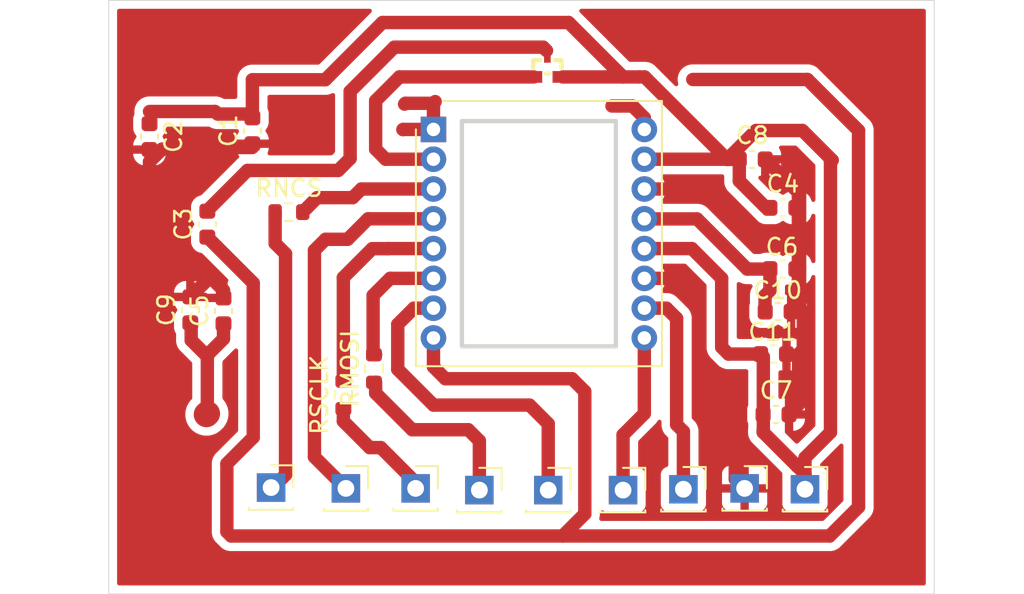
<source format=kicad_pcb>
(kicad_pcb (version 20240108) (generator "pcbnew") (generator_version "8.0")
  (layers (0 "F.Cu" signal) (31 "B.Cu" signal) (34 "B.Paste" user) (35 "F.Paste" user) (36 "B.SilkS" user "B.Silkscreen") (37 "F.SilkS" user "F.Silkscreen") (38 "B.Mask" user) (39 "F.Mask" user) (44 "Edge.Cuts" user))
  (net 0 "")
  (net 1 "SCLK")
  (net 2 "NCS")
  (net 3 "U1_1")
  (net 4 "U1_2")
  (net 5 "MISO")
  (net 6 "MOTION")
  (net 7 "MOSI")
  (net 8 "VCC")
  (net 9 "PIN10")
  (net 10 "VDD2")
  (net 11 "GND")
  (net 12 "U1_8")
  (net 13 "U1_13")
  (net 14 "H1_2")
  (net 15 "H1_8")
  (net 16 "H1_6")
  (footprint "Capacitor_SMD:C_0603_1608Metric" (layer "F.Cu") (at 136.1948 52.5272)
    (property "Reference" "C8" (at 0 -1.43 360) (layer "F.SilkS"))
    (property "Value" "3.3uF")
    (fp_line (start -0.14058 -0.51) (end 0.14058 -0.51) (stroke (width 0.12)) (layer "F.SilkS"))
    (fp_line (start -0.14058 0.51) (end 0.14058 0.51) (stroke (width 0.12)) (layer "F.SilkS"))
    (pad "1" smd roundrect (at -0.775 0) (size 0.9 0.95) (layers "F.Cu" "F.Paste" "F.Mask") (net 10 "VDD2"))
    (pad "2" smd roundrect (at 0.775 0) (size 0.9 0.95) (layers "F.Cu" "F.Paste" "F.Mask") (net 11 "GND"))
  )
  (footprint "Capacitor_SMD:C_0603_1608Metric" (layer "F.Cu") (at 137.6172 67.7672)
    (property "Reference" "C7" (at 0 -1.43 0) (layer "F.SilkS"))
    (property "Value" "100nF")
    (fp_line (start -0.14058 -0.51) (end 0.14058 -0.51) (stroke (width 0.12)) (layer "F.SilkS"))
    (fp_line (start -0.14058 0.51) (end 0.14058 0.51) (stroke (width 0.12)) (layer "F.SilkS"))
    (pad "1" smd roundrect (at -0.775 0) (size 0.9 0.95) (layers "F.Cu" "F.Paste" "F.Mask") (net 10 "VDD2"))
    (pad "2" smd roundrect (at 0.775 0) (size 0.9 0.95) (layers "F.Cu" "F.Paste" "F.Mask") (net 11 "GND"))
  )
  (footprint "Capacitor_SMD:C_0603_1608Metric" (layer "F.Cu") (at 100.1776 51.1652 -90)
    (property "Reference" "C2" (at 0 -1.43 90) (layer "F.SilkS"))
    (property "Value" "1uF")
    (fp_line (start -0.14058 0.51) (end 0.14058 0.51) (stroke (width 0.12)) (layer "F.SilkS"))
    (fp_line (start -0.14058 -0.51) (end 0.14058 -0.51) (stroke (width 0.12)) (layer "F.SilkS"))
    (pad "1" smd roundrect (at -0.775 0 270) (size 0.9 0.95) (layers "F.Cu" "F.Paste" "F.Mask") (net 10 "VDD2"))
    (pad "2" smd roundrect (at 0.775 0 270) (size 0.9 0.95) (layers "F.Cu" "F.Paste" "F.Mask") (net 11 "GND"))
  )
  (footprint "Capacitor_SMD:C_0603_1608Metric" (layer "F.Cu") (at 138.0236 55.4228)
    (property "Reference" "C4" (at 0 -1.43 0) (layer "F.SilkS"))
    (property "Value" "100nF")
    (fp_line (start -0.14058 -0.51) (end 0.14058 -0.51) (stroke (width 0.12)) (layer "F.SilkS"))
    (fp_line (start -0.14058 0.51) (end 0.14058 0.51) (stroke (width 0.12)) (layer "F.SilkS"))
    (pad "1" smd roundrect (at -0.775 0) (size 0.9 0.95) (layers "F.Cu" "F.Paste" "F.Mask") (net 10 "VDD2"))
    (pad "2" smd roundrect (at 0.775 0) (size 0.9 0.95) (layers "F.Cu" "F.Paste" "F.Mask") (net 11 "GND"))
  )
  (footprint "Connector_PinSocket_2.54mm:PinSocket_1x01_P2.54mm_Vertical" (layer "F.Cu") (at 107.442 72.136)
    (property "Reference" "REF**" (hide yes))
    (property "Value" "PinSocket_1x01_P2.54mm_Vertical")
    (fp_line (start -1.33 1.21) (end -1.33 1.33) (stroke (width 0.12)) (layer "F.SilkS"))
    (fp_line (start -1.33 1.33) (end 1.33 1.33) (stroke (width 0.12)) (layer "F.SilkS"))
    (fp_line (start 0 -1.33) (end 1.33 -1.33) (stroke (width 0.12)) (layer "F.SilkS"))
    (fp_line (start 1.33 -1.33) (end 1.33 0) (stroke (width 0.12)) (layer "F.SilkS"))
    (fp_line (start 1.33 1.21) (end 1.33 1.33) (stroke (width 0.12)) (layer "F.SilkS"))
    (pad "1" thru_hole rect (at 0 0) (size 1.7 1.7) (drill 1) (layers "*.Cu" "*.Mask") (net 15 "H1_8"))
  )
  (footprint "Capacitor_SMD:C_0603_1608Metric" (layer "F.Cu") (at 106.3244 50.816 90)
    (property "Reference" "C1" (at 0 -1.43 90) (layer "F.SilkS"))
    (property "Value" "10nF")
    (fp_line (start -0.14058 -0.51) (end 0.14058 -0.51) (stroke (width 0.12)) (layer "F.SilkS"))
    (fp_line (start -0.14058 0.51) (end 0.14058 0.51) (stroke (width 0.12)) (layer "F.SilkS"))
    (pad "1" smd roundrect (at -0.775 0 90) (size 0.9 0.95) (layers "F.Cu" "F.Paste" "F.Mask") (net 11 "GND"))
    (pad "2" smd roundrect (at 0.775 0 90) (size 0.9 0.95) (layers "F.Cu" "F.Paste" "F.Mask") (net 10 "VDD2"))
  )
  (footprint "easyeda:ADNS-9800" (layer "F.Cu") (at 117.1448 50.7366)
    (property "Reference" "U1" (hide yes))
    (property "Value" "ADNS-9800_CP" (hide yes))
    (fp_line (start -1.05 14.15) (end -1.05 0) (stroke (width 0.12)) (layer "F.SilkS"))
    (fp_line (start 0.55 -1.7) (end 13.65 -1.7) (stroke (width 0.12)) (layer "F.SilkS"))
    (fp_line (start 13.65 -1.7) (end 13.65 14.15) (stroke (width 0.12)) (layer "F.SilkS"))
    (fp_line (start 13.65 14.15) (end -1.05 14.15) (stroke (width 0.12)) (layer "F.SilkS"))
    (fp_line (start 1.7 -0.5) (end 10.9 -0.5) (stroke (width 0.254)) (layer "Edge.Cuts"))
    (fp_line (start 1.7 12.96) (end 1.7 -0.5) (stroke (width 0.254)) (layer "Edge.Cuts"))
    (fp_line (start 10.9 -0.5) (end 10.9 12.96) (stroke (width 0.254)) (layer "Edge.Cuts"))
    (fp_line (start 10.9 12.96) (end 1.7 12.96) (stroke (width 0.254)) (layer "Edge.Cuts"))
    (pad "1" thru_hole rect (at 0 0) (size 1.524 1.524) (drill oval 0.8 0.805) (layers "*.Cu" "*.Paste" "*.Mask") (net 3 "U1_1"))
    (pad "2" thru_hole circle (at 0 1.78) (size 1.524 1.524) (drill oval 0.8 0.805) (layers "*.Cu" "*.Paste" "*.Mask") (net 4 "U1_2"))
    (pad "3" thru_hole circle (at 0 3.56) (size 1.524 1.524) (drill oval 0.8 0.805) (layers "*.Cu" "*.Paste" "*.Mask") (net 2 "NCS"))
    (pad "4" thru_hole circle (at 0 5.34) (size 1.524 1.524) (drill oval 0.8 0.805) (layers "*.Cu" "*.Paste" "*.Mask") (net 5 "MISO"))
    (pad "5" thru_hole circle (at 0 7.12) (size 1.524 1.524) (drill oval 0.8 0.805) (layers "*.Cu" "*.Paste" "*.Mask") (net 1 "SCLK"))
    (pad "6" thru_hole circle (at 0 8.9) (size 1.524 1.524) (drill oval 0.8 0.805) (layers "*.Cu" "*.Paste" "*.Mask") (net 7 "MOSI"))
    (pad "7" thru_hole circle (at 0 10.68) (size 1.524 1.524) (drill oval 0.8 0.805) (layers "*.Cu" "*.Paste" "*.Mask") (net 6 "MOTION"))
    (pad "8" thru_hole circle (at 0 12.46) (size 1.524 1.524) (drill oval 0.8 0.805) (layers "*.Cu" "*.Paste" "*.Mask") (net 12 "U1_8"))
    (pad "9" thru_hole circle (at 12.6 12.46) (size 1.524 1.524) (drill oval 0.8 0.805) (layers "*.Cu" "*.Paste" "*.Mask") (net 8 "VCC"))
    (pad "10" thru_hole circle (at 12.6 10.68) (size 1.524 1.524) (drill oval 0.8 0.805) (layers "*.Cu" "*.Paste" "*.Mask") (net 9 "PIN10"))
    (pad "11" thru_hole circle (at 12.6 8.9) (size 1.524 1.524) (drill oval 0.8 0.805) (layers "*.Cu" "*.Paste" "*.Mask") (net 11 "GND"))
    (pad "12" thru_hole circle (at 12.6 7.12) (size 1.524 1.524) (drill oval 0.8 0.805) (layers "*.Cu" "*.Paste" "*.Mask") (net 10 "VDD2"))
    (pad "13" thru_hole circle (at 12.6 5.34) (size 1.524 1.524) (drill oval 0.8 0.805) (layers "*.Cu" "*.Paste" "*.Mask") (net 13 "U1_13"))
    (pad "14" thru_hole circle (at 12.6 3.56) (size 1.524 1.524) (drill oval 0.8 0.805) (layers "*.Cu" "*.Paste" "*.Mask") (net 11 "GND"))
    (pad "15" thru_hole circle (at 12.6 1.78) (size 1.524 1.524) (drill oval 0.8 0.805) (layers "*.Cu" "*.Paste" "*.Mask") (net 10 "VDD2"))
    (pad "16" thru_hole circle (at 12.6 0) (size 1.524 1.524) (drill oval 0.8 0.805) (layers "*.Cu" "*.Paste" "*.Mask") (net 12 "U1_8"))
  )
  (footprint "Connector_PinSocket_2.54mm:PinSocket_1x01_P2.54mm_Vertical" (layer "F.Cu") (at 116.078 72.1868)
    (property "Reference" "REF**" (hide yes))
    (property "Value" "PinSocket_1x01_P2.54mm_Vertical")
    (fp_line (start -1.33 1.21) (end -1.33 1.33) (stroke (width 0.12)) (layer "F.SilkS"))
    (fp_line (start -1.33 1.33) (end 1.33 1.33) (stroke (width 0.12)) (layer "F.SilkS"))
    (fp_line (start 0 -1.33) (end 1.33 -1.33) (stroke (width 0.12)) (layer "F.SilkS"))
    (fp_line (start 1.33 -1.33) (end 1.33 0) (stroke (width 0.12)) (layer "F.SilkS"))
    (fp_line (start 1.33 1.21) (end 1.33 1.33) (stroke (width 0.12)) (layer "F.SilkS"))
    (pad "1" thru_hole rect (at 0 0) (size 1.7 1.7) (drill 1) (layers "*.Cu" "*.Mask") (net 14 "H1_2"))
  )
  (footprint "Capacitor_SMD:C_0603_1608Metric" (layer "F.Cu") (at 138.0236 59.0804)
    (property "Reference" "C6" (at -0.0508 -1.3208 0) (layer "F.SilkS"))
    (property "Value" "100nF")
    (fp_line (start -0.14058 -0.51) (end 0.14058 -0.51) (stroke (width 0.12)) (layer "F.SilkS"))
    (fp_line (start -0.14058 0.51) (end 0.14058 0.51) (stroke (width 0.12)) (layer "F.SilkS"))
    (pad "1" smd roundrect (at -0.775 0) (size 0.9 0.95) (layers "F.Cu" "F.Paste" "F.Mask") (net 13 "U1_13"))
    (pad "2" smd roundrect (at 0.775 0) (size 0.9 0.95) (layers "F.Cu" "F.Paste" "F.Mask") (net 11 "GND"))
  )
  (footprint "Connector_PinSocket_2.54mm:PinSocket_1x01_P2.54mm_Vertical" (layer "F.Cu") (at 124.0028 72.2884)
    (property "Reference" "REF**" (hide yes))
    (property "Value" "PinSocket_1x01_P2.54mm_Vertical")
    (fp_line (start -1.33 1.21) (end -1.33 1.33) (stroke (width 0.12)) (layer "F.SilkS"))
    (fp_line (start -1.33 1.33) (end 1.33 1.33) (stroke (width 0.12)) (layer "F.SilkS"))
    (fp_line (start 0 -1.33) (end 1.33 -1.33) (stroke (width 0.12)) (layer "F.SilkS"))
    (fp_line (start 1.33 -1.33) (end 1.33 0) (stroke (width 0.12)) (layer "F.SilkS"))
    (fp_line (start 1.33 1.21) (end 1.33 1.33) (stroke (width 0.12)) (layer "F.SilkS"))
    (pad "1" thru_hole rect (at 0 0) (size 1.7 1.7) (drill 1) (layers "*.Cu" "*.Mask") (net 6 "MOTION"))
  )
  (footprint "Connector_PinSocket_2.54mm:PinSocket_1x01_P2.54mm_Vertical" (layer "F.Cu") (at 111.9124 72.1868)
    (property "Reference" "REF**" (hide yes))
    (property "Value" "PinSocket_1x01_P2.54mm_Vertical")
    (fp_line (start -1.33 1.21) (end -1.33 1.33) (stroke (width 0.12)) (layer "F.SilkS"))
    (fp_line (start -1.33 1.33) (end 1.33 1.33) (stroke (width 0.12)) (layer "F.SilkS"))
    (fp_line (start 0 -1.33) (end 1.33 -1.33) (stroke (width 0.12)) (layer "F.SilkS"))
    (fp_line (start 1.33 -1.33) (end 1.33 0) (stroke (width 0.12)) (layer "F.SilkS"))
    (fp_line (start 1.33 1.21) (end 1.33 1.33) (stroke (width 0.12)) (layer "F.SilkS"))
    (pad "1" thru_hole rect (at 0 0) (size 1.7 1.7) (drill 1) (layers "*.Cu" "*.Mask") (net 5 "MISO"))
  )
  (footprint "Capacitor_SMD:C_0603_1608Metric" (layer "F.Cu") (at 102.616 61.5188 90)
    (property "Reference" "C9" (at 0 -1.43 270) (layer "F.SilkS"))
    (property "Value" "4.7uF")
    (fp_line (start -0.14058 -0.51) (end 0.14058 -0.51) (stroke (width 0.12)) (layer "F.SilkS"))
    (fp_line (start -0.14058 0.51) (end 0.14058 0.51) (stroke (width 0.12)) (layer "F.SilkS"))
    (pad "1" smd roundrect (at -0.775 0 90) (size 0.9 0.95) (layers "F.Cu" "F.Paste" "F.Mask") (net 8 "VCC"))
    (pad "2" smd roundrect (at 0.775 0 90) (size 0.9 0.95) (layers "F.Cu" "F.Paste" "F.Mask") (net 11 "GND"))
  )
  (footprint "Connector_PinSocket_2.54mm:PinSocket_1x01_P2.54mm_Vertical" (layer "F.Cu") (at 135.7376 72.1868)
    (property "Reference" "REF**" (hide yes))
    (property "Value" "PinSocket_1x01_P2.54mm_Vertical")
    (fp_line (start -1.33 1.21) (end -1.33 1.33) (stroke (width 0.12)) (layer "F.SilkS"))
    (fp_line (start -1.33 1.33) (end 1.33 1.33) (stroke (width 0.12)) (layer "F.SilkS"))
    (fp_line (start 0 -1.33) (end 1.33 -1.33) (stroke (width 0.12)) (layer "F.SilkS"))
    (fp_line (start 1.33 -1.33) (end 1.33 0) (stroke (width 0.12)) (layer "F.SilkS"))
    (fp_line (start 1.33 1.21) (end 1.33 1.33) (stroke (width 0.12)) (layer "F.SilkS"))
    (pad "1" thru_hole rect (at 0 0) (size 1.7 1.7) (drill 1) (layers "*.Cu" "*.Mask") (net 11 "GND"))
  )
  (footprint "Capacitor_SMD:C_0603_1608Metric" (layer "F.Cu") (at 104.5972 61.5792 90)
    (property "Reference" "C5" (at 0 -1.43 90) (layer "F.SilkS"))
    (property "Value" "100nF")
    (fp_line (start -0.14058 -0.51) (end 0.14058 -0.51) (stroke (width 0.12)) (layer "F.SilkS"))
    (fp_line (start -0.14058 0.51) (end 0.14058 0.51) (stroke (width 0.12)) (layer "F.SilkS"))
    (pad "1" smd roundrect (at -0.775 0 90) (size 0.9 0.95) (layers "F.Cu" "F.Paste" "F.Mask") (net 8 "VCC"))
    (pad "2" smd roundrect (at 0.775 0 90) (size 0.9 0.95) (layers "F.Cu" "F.Paste" "F.Mask") (net 11 "GND"))
  )
  (footprint "easyeda:SOT-416_L1.6-W0.8-P1.00-LS1.6-BR" (layer "F.Cu") (at 123.952 46.9996 -90)
    (property "Reference" "T1" (hide yes))
    (property "Value" "NTA4151PT1G" (hide yes))
    (fp_line (start -0.4 0.85) (end 0.068 0.85) (stroke (width 0.254)) (layer "F.SilkS"))
    (fp_line (start -0.4 0.428) (end -0.4 0.85) (stroke (width 0.254)) (layer "F.SilkS"))
    (fp_line (start 0.4 -0.077) (end 0.4 0.077) (stroke (width 0.254)) (layer "F.SilkS"))
    (fp_line (start -0.4 -0.85) (end -0.4 -0.428) (stroke (width 0.254)) (layer "F.SilkS"))
    (fp_line (start -0.4 -0.85) (end 0.068 -0.85) (stroke (width 0.254)) (layer "F.SilkS"))
    (pad "1" smd rect (at 0.6 0.508) (size 0.4 0.7) (layers "F.Cu" "F.Paste" "F.Mask") (net 4 "U1_2"))
    (pad "2" smd rect (at 0.6 -0.508) (size 0.4 0.7) (layers "F.Cu" "F.Paste" "F.Mask") (net 10 "VDD2"))
    (pad "3" smd rect (at -0.6 0) (size 0.4 0.7) (layers "F.Cu" "F.Paste" "F.Mask") (net 3 "U1_1"))
  )
  (footprint "Capacitor_SMD:C_0603_1608Metric" (layer "F.Cu") (at 103.632 56.3976 90)
    (property "Reference" "C3" (at 0 -1.43 90) (layer "F.SilkS"))
    (property "Value" "470pF")
    (fp_line (start -0.14058 -0.51) (end 0.14058 -0.51) (stroke (width 0.12)) (layer "F.SilkS"))
    (fp_line (start -0.14058 0.51) (end 0.14058 0.51) (stroke (width 0.12)) (layer "F.SilkS"))
    (pad "1" smd roundrect (at -0.775 0 90) (size 0.9 0.95) (layers "F.Cu" "F.Paste" "F.Mask") (net 12 "U1_8"))
    (pad "2" smd roundrect (at 0.775 0 90) (size 0.9 0.95) (layers "F.Cu" "F.Paste" "F.Mask") (net 3 "U1_1"))
  )
  (footprint "Connector_PinSocket_2.54mm:PinSocket_1x01_P2.54mm_Vertical" (layer "F.Cu") (at 139.3444 72.2376)
    (property "Reference" "REF**" (hide yes))
    (property "Value" "PinSocket_1x01_P2.54mm_Vertical")
    (fp_line (start -1.33 1.21) (end -1.33 1.33) (stroke (width 0.12)) (layer "F.SilkS"))
    (fp_line (start -1.33 1.33) (end 1.33 1.33) (stroke (width 0.12)) (layer "F.SilkS"))
    (fp_line (start 0 -1.33) (end 1.33 -1.33) (stroke (width 0.12)) (layer "F.SilkS"))
    (fp_line (start 1.33 -1.33) (end 1.33 0) (stroke (width 0.12)) (layer "F.SilkS"))
    (fp_line (start 1.33 1.21) (end 1.33 1.33) (stroke (width 0.12)) (layer "F.SilkS"))
    (pad "1" thru_hole rect (at 0 0) (size 1.7 1.7) (drill 1) (layers "*.Cu" "*.Mask") (net 10 "VDD2"))
  )
  (footprint "Capacitor_SMD:C_0603_1608Metric" (layer "F.Cu") (at 137.4648 64.1604)
    (property "Reference" "C11" (at -0.0508 -1.3208 360) (layer "F.SilkS"))
    (property "Value" "10uF")
    (fp_line (start -0.14058 -0.51) (end 0.14058 -0.51) (stroke (width 0.12)) (layer "F.SilkS"))
    (fp_line (start -0.14058 0.51) (end 0.14058 0.51) (stroke (width 0.12)) (layer "F.SilkS"))
    (pad "1" smd roundrect (at -0.775 0) (size 0.9 0.95) (layers "F.Cu" "F.Paste" "F.Mask") (net 10 "VDD2"))
    (pad "2" smd roundrect (at 0.775 0) (size 0.9 0.95) (layers "F.Cu" "F.Paste" "F.Mask") (net 11 "GND"))
  )
  (footprint "Resistor_SMD:R_0603_1608Metric" (layer "F.Cu") (at 113.5888 65.024 90)
    (property "Reference" "RMOSI" (at 0 -1.43 90) (layer "F.SilkS"))
    (property "Value" "330")
    (fp_line (start -0.237258 -0.5225) (end 0.237258 -0.5225) (stroke (width 0.12)) (layer "F.SilkS"))
    (fp_line (start -0.237258 0.5225) (end 0.237258 0.5225) (stroke (width 0.12)) (layer "F.SilkS"))
    (pad "1" smd roundrect (at -0.825 0 90) (size 0.8 0.95) (layers "F.Cu" "F.Paste" "F.Mask") (net 16 "H1_6"))
    (pad "2" smd roundrect (at 0.825 0 90) (size 0.8 0.95) (layers "F.Cu" "F.Paste" "F.Mask") (net 7 "MOSI"))
  )
  (footprint "Resistor_SMD:R_0603_1608Metric" (layer "F.Cu") (at 111.76 66.5988 90)
    (property "Reference" "RSCLK" (at 0 -1.43 270) (layer "F.SilkS"))
    (property "Value" "330")
    (fp_line (start -0.237258 -0.5225) (end 0.237258 -0.5225) (stroke (width 0.12)) (layer "F.SilkS"))
    (fp_line (start -0.237258 0.5225) (end 0.237258 0.5225) (stroke (width 0.12)) (layer "F.SilkS"))
    (pad "1" smd roundrect (at -0.825 0 90) (size 0.8 0.95) (layers "F.Cu" "F.Paste" "F.Mask") (net 14 "H1_2"))
    (pad "2" smd roundrect (at 0.825 0 90) (size 0.8 0.95) (layers "F.Cu" "F.Paste" "F.Mask") (net 1 "SCLK"))
  )
  (footprint "Connector_PinSocket_2.54mm:PinSocket_1x01_P2.54mm_Vertical" (layer "F.Cu") (at 119.888 72.2884)
    (property "Reference" "REF**" (hide yes))
    (property "Value" "PinSocket_1x01_P2.54mm_Vertical")
    (fp_line (start -1.33 1.21) (end -1.33 1.33) (stroke (width 0.12)) (layer "F.SilkS"))
    (fp_line (start -1.33 1.33) (end 1.33 1.33) (stroke (width 0.12)) (layer "F.SilkS"))
    (fp_line (start 0 -1.33) (end 1.33 -1.33) (stroke (width 0.12)) (layer "F.SilkS"))
    (fp_line (start 1.33 -1.33) (end 1.33 0) (stroke (width 0.12)) (layer "F.SilkS"))
    (fp_line (start 1.33 1.21) (end 1.33 1.33) (stroke (width 0.12)) (layer "F.SilkS"))
    (pad "1" thru_hole rect (at 0 0) (size 1.7 1.7) (drill 1) (layers "*.Cu" "*.Mask") (net 16 "H1_6"))
  )
  (footprint "Connector_PinSocket_2.54mm:PinSocket_1x01_P2.54mm_Vertical" (layer "F.Cu") (at 132.08 72.2376)
    (property "Reference" "REF**" (hide yes))
    (property "Value" "PinSocket_1x01_P2.54mm_Vertical")
    (fp_line (start -1.33 1.21) (end -1.33 1.33) (stroke (width 0.12)) (layer "F.SilkS"))
    (fp_line (start -1.33 1.33) (end 1.33 1.33) (stroke (width 0.12)) (layer "F.SilkS"))
    (fp_line (start 0 -1.33) (end 1.33 -1.33) (stroke (width 0.12)) (layer "F.SilkS"))
    (fp_line (start 1.33 -1.33) (end 1.33 0) (stroke (width 0.12)) (layer "F.SilkS"))
    (fp_line (start 1.33 1.21) (end 1.33 1.33) (stroke (width 0.12)) (layer "F.SilkS"))
    (pad "1" thru_hole rect (at 0 0) (size 1.7 1.7) (drill 1) (layers "*.Cu" "*.Mask") (net 9 "PIN10"))
  )
  (footprint "Connector_PinSocket_2.54mm:PinSocket_1x01_P2.54mm_Vertical" (layer "F.Cu") (at 128.4732 72.2884)
    (property "Reference" "REF**" (hide yes))
    (property "Value" "PinSocket_1x01_P2.54mm_Vertical")
    (fp_line (start -1.33 1.21) (end -1.33 1.33) (stroke (width 0.12)) (layer "F.SilkS"))
    (fp_line (start -1.33 1.33) (end 1.33 1.33) (stroke (width 0.12)) (layer "F.SilkS"))
    (fp_line (start 0 -1.33) (end 1.33 -1.33) (stroke (width 0.12)) (layer "F.SilkS"))
    (fp_line (start 1.33 -1.33) (end 1.33 0) (stroke (width 0.12)) (layer "F.SilkS"))
    (fp_line (start 1.33 1.21) (end 1.33 1.33) (stroke (width 0.12)) (layer "F.SilkS"))
    (pad "1" thru_hole rect (at 0 0) (size 1.7 1.7) (drill 1) (layers "*.Cu" "*.Mask") (net 8 "VCC"))
  )
  (footprint "Capacitor_SMD:C_0603_1608Metric" (layer "F.Cu") (at 137.7428 61.6204)
    (property "Reference" "C10" (at -0.024 -1.27 360) (layer "F.SilkS"))
    (property "Value" "10uF")
    (fp_line (start -0.14058 -0.51) (end 0.14058 -0.51) (stroke (width 0.12)) (layer "F.SilkS"))
    (fp_line (start -0.14058 0.51) (end 0.14058 0.51) (stroke (width 0.12)) (layer "F.SilkS"))
    (pad "1" smd roundrect (at -0.775 0) (size 0.9 0.95) (layers "F.Cu" "F.Paste" "F.Mask") (net 13 "U1_13"))
    (pad "2" smd roundrect (at 0.775 0) (size 0.9 0.95) (layers "F.Cu" "F.Paste" "F.Mask") (net 11 "GND"))
  )
  (footprint "Resistor_SMD:R_0603_1608Metric" (layer "F.Cu") (at 108.5088 55.6768)
    (property "Reference" "RNCS" (at 0 -1.43 0) (layer "F.SilkS"))
    (property "Value" "330")
    (fp_line (start -0.237258 -0.5225) (end 0.237258 -0.5225) (stroke (width 0.12)) (layer "F.SilkS"))
    (fp_line (start -0.237258 0.5225) (end 0.237258 0.5225) (stroke (width 0.12)) (layer "F.SilkS"))
    (pad "1" smd roundrect (at -0.825 0) (size 0.8 0.95) (layers "F.Cu" "F.Paste" "F.Mask") (net 15 "H1_8"))
    (pad "2" smd roundrect (at 0.825 0) (size 0.8 0.95) (layers "F.Cu" "F.Paste" "F.Mask") (net 2 "NCS"))
  )
  (gr_rect (start 97.7392 43.0276) (end 147.066 78.486) (stroke (width 0.05)) (fill none) (layer "Edge.Cuts"))
  (segment (start 113.4872 57.8612) (end 114.4016 57.8612) (width 0.8001) (layer "F.Cu") (net 1))
  (segment (start 114.4016 57.8612) (end 114.4062 57.8566) (width 0.8001) (layer "F.Cu") (net 1))
  (segment (start 111.76 59.5884) (end 113.4872 57.8612) (width 0.8001) (layer "F.Cu") (net 1))
  (segment (start 114.4062 57.8566) (end 117.1448 57.8566) (width 0.8001) (layer "F.Cu") (net 1))
  (segment (start 111.76 65.7738) (end 111.76 59.5884) (width 0.8001) (layer "F.Cu") (net 1))
  (segment (start 112.3188 54.8132) (end 112.8354 54.2966) (width 0.8001) (layer "F.Cu") (net 2))
  (segment (start 112.8354 54.2966) (end 117.1448 54.2966) (width 0.8001) (layer "F.Cu") (net 2))
  (segment (start 109.3338 55.6768) (end 110.1974 54.8132) (width 0.8001) (layer "F.Cu") (net 2))
  (segment (start 110.1974 54.8132) (end 112.3188 54.8132) (width 0.8001) (layer "F.Cu") (net 2))
  (segment (start 123.698 45.8216) (end 123.9012 46.0248) (width 0.8001) (layer "F.Cu") (net 3))
  (segment (start 111.4552 53.1876) (end 106.0292 53.1876) (width 0.8001) (layer "F.Cu") (net 3))
  (segment (start 117.1448 50.7366) (end 117.1448 49.1744) (width 0.8001) (layer "F.Cu") (net 3))
  (segment (start 115.4684 49.1744) (end 115.4176 49.2252) (width 0.8001) (layer "F.Cu") (net 3))
  (segment (start 114.808 45.8216) (end 112.1664 48.4632) (width 0.8001) (layer "F.Cu") (net 3))
  (segment (start 115.3286 50.7366) (end 115.316 50.7492) (width 0.8001) (layer "F.Cu") (net 3))
  (segment (start 112.1664 52.4764) (end 111.4552 53.1876) (width 0.8001) (layer "F.Cu") (net 3))
  (segment (start 106.0292 53.1876) (end 103.8192 55.3976) (width 0.8001) (layer "F.Cu") (net 3))
  (segment (start 112.1664 48.4632) (end 112.1664 52.4764) (width 0.8001) (layer "F.Cu") (net 3))
  (segment (start 114.808 45.8216) (end 123.698 45.8216) (width 0.8001) (layer "F.Cu") (net 3))
  (segment (start 115.3286 50.7366) (end 117.1448 50.7366) (width 0.8001) (layer "F.Cu") (net 3))
  (segment (start 117.1448 49.1744) (end 117.2464 49.0728) (width 0.8001) (layer "F.Cu") (net 3))
  (segment (start 117.1448 49.1744) (end 115.4684 49.1744) (width 0.8001) (layer "F.Cu") (net 3))
  (segment (start 115.1128 47.5996) (end 113.6904 49.022) (width 0.8001) (layer "F.Cu") (net 4))
  (segment (start 113.6904 49.022) (end 113.6904 51.9176) (width 0.8001) (layer "F.Cu") (net 4))
  (segment (start 114.2894 52.5166) (end 117.1448 52.5166) (width 0.8001) (layer "F.Cu") (net 4))
  (segment (start 113.6904 51.9176) (end 114.2894 52.5166) (width 0.8001) (layer "F.Cu") (net 4))
  (segment (start 115.1128 47.5996) (end 123.1392 47.5996) (width 0.8001) (layer "F.Cu") (net 4))
  (segment (start 110.0328 70.3072) (end 110.0328 57.9628) (width 0.8001) (layer "F.Cu") (net 5))
  (segment (start 112.014 57.3024) (end 113.2398 56.0766) (width 0.8001) (layer "F.Cu") (net 5))
  (segment (start 110.6932 57.3024) (end 112.014 57.3024) (width 0.8001) (layer "F.Cu") (net 5))
  (segment (start 110.0328 57.9628) (end 110.6932 57.3024) (width 0.8001) (layer "F.Cu") (net 5))
  (segment (start 113.2398 56.0766) (end 117.1448 56.0766) (width 0.8001) (layer "F.Cu") (net 5))
  (segment (start 111.9124 72.1868) (end 110.0328 70.3072) (width 0.8001) (layer "F.Cu") (net 5))
  (segment (start 115.0112 62.3824) (end 115.0112 65.0748) (width 0.8001) (layer "F.Cu") (net 6))
  (segment (start 115.977 61.4166) (end 115.0112 62.3824) (width 0.8001) (layer "F.Cu") (net 6))
  (segment (start 115.0112 65.0748) (end 117.1448 67.2084) (width 0.8001) (layer "F.Cu") (net 6))
  (segment (start 122.8852 67.2084) (end 124.0028 68.326) (width 0.8001) (layer "F.Cu") (net 6))
  (segment (start 124.0028 68.326) (end 124.0028 72.2884) (width 0.8001) (layer "F.Cu") (net 6))
  (segment (start 117.1448 67.2084) (end 122.8852 67.2084) (width 0.8001) (layer "F.Cu") (net 6))
  (segment (start 117.1448 61.4166) (end 115.977 61.4166) (width 0.8001) (layer "F.Cu") (net 6))
  (segment (start 113.538 60.6552) (end 113.538 64.0466) (width 0.8001) (layer "F.Cu") (net 7))
  (segment (start 113.538 64.0466) (end 113.6904 64.199) (width 0.8001) (layer "F.Cu") (net 7))
  (segment (start 117.1448 59.6366) (end 114.5566 59.6366) (width 0.8001) (layer "F.Cu") (net 7))
  (segment (start 114.5566 59.6366) (end 113.538 60.6552) (width 0.8001) (layer "F.Cu") (net 7))
  (segment (start 102.6668 63.3346) (end 103.5558 64.2236) (width 0.8001) (layer "F.Cu") (net 8))
  (segment (start 102.6668 62.6364) (end 102.6668 63.3346) (width 0.8001) (layer "F.Cu") (net 8))
  (segment (start 103.632 67.7192) (end 103.5812 67.77) (width 1.524) (layer "F.Cu") (net 8))
  (segment (start 128.4732 68.9864) (end 128.4732 72.2884) (width 0.8001) (layer "F.Cu") (net 8))
  (segment (start 104.5972 63.2488) (end 103.632 64.214) (width 0.8001) (layer "F.Cu") (net 8))
  (segment (start 104.5972 62.6872) (end 104.5972 63.2488) (width 0.8001) (layer "F.Cu") (net 8))
  (segment (start 103.5558 64.2236) (end 103.6828 64.2236) (width 0.8001) (layer "F.Cu") (net 8))
  (segment (start 103.632 64.214) (end 103.632 67.7192) (width 0.8001) (layer "F.Cu") (net 8))
  (segment (start 129.7448 67.7148) (end 128.4732 68.9864) (width 0.8001) (layer "F.Cu") (net 8))
  (segment (start 129.7448 63.1966) (end 129.7448 67.7148) (width 0.8001) (layer "F.Cu") (net 8))
  (segment (start 131.0634 61.4166) (end 129.7448 61.4166) (width 0.8001) (layer "F.Cu") (net 9))
  (segment (start 131.6736 68.3768) (end 131.6736 62.0268) (width 0.8001) (layer "F.Cu") (net 9))
  (segment (start 132.08 68.7832) (end 131.6736 68.3768) (width 0.8001) (layer "F.Cu") (net 9))
  (segment (start 131.6736 62.0268) (end 131.0634 61.4166) (width 0.8001) (layer "F.Cu") (net 9))
  (segment (start 132.08 72.2376) (end 132.08 68.7832) (width 0.8001) (layer "F.Cu") (net 9))
  (segment (start 140.8684 52.6796) (end 140.8684 68.834) (width 0.8001) (layer "F.Cu") (net 10))
  (segment (start 104.248 49.816) (end 106.3244 49.816) (width 0.8001) (layer "F.Cu") (net 10))
  (segment (start 135.4102 52.5176) (end 129.7458 52.5176) (width 0.8001) (layer "F.Cu") (net 10))
  (segment (start 104.0972 49.6652) (end 104.248 49.816) (width 0.8001) (layer "F.Cu") (net 10))
  (segment (start 136.6898 64.1604) (end 134.7724 64.1604) (width 0.8001) (layer "F.Cu") (net 10))
  (segment (start 128.4732 47.5996) (end 129.4384 47.5996) (width 0.8001) (layer "F.Cu") (net 10))
  (segment (start 140.97 52.578) (end 140.8684 52.6796) (width 0.8001) (layer "F.Cu") (net 10))
  (segment (start 138.877768 70.866) (end 136.8422 68.830432) (width 0.8001) (layer "F.Cu") (net 10))
  (segment (start 139.192 50.8) (end 140.97 52.578) (width 0.8001) (layer "F.Cu") (net 10))
  (segment (start 138.8872 70.866) (end 138.877768 70.866) (width 0.8001) (layer "F.Cu") (net 10))
  (segment (start 139.3444 72.2376) (end 139.3444 71.3232) (width 0.8001) (layer "F.Cu") (net 10))
  (segment (start 139.3444 71.3232) (end 138.8872 70.866) (width 0.8001) (layer "F.Cu") (net 10))
  (segment (start 129.7672 47.5996) (end 134.6948 52.5272) (width 0.8001) (layer "F.Cu") (net 10))
  (segment (start 134.7724 64.1604) (end 134.366 63.754) (width 0.8001) (layer "F.Cu") (net 10))
  (segment (start 135.4198 52.5272) (end 135.4198 53.819) (width 0.8001) (layer "F.Cu") (net 10))
  (segment (start 135.4198 53.819) (end 137.0236 55.4228) (width 0.8001) (layer "F.Cu") (net 10))
  (segment (start 125.222 44.3484) (end 128.4732 47.5996) (width 0.8001) (layer "F.Cu") (net 10))
  (segment (start 134.6948 52.5272) (end 136.422 50.8) (width 0.8001) (layer "F.Cu") (net 10))
  (segment (start 128.4732 47.5996) (end 124.8664 47.5996) (width 0.8001) (layer "F.Cu") (net 10))
  (segment (start 140.8684 68.834) (end 139.3444 70.358) (width 0.8001) (layer "F.Cu") (net 10))
  (segment (start 135.4198 52.5272) (end 135.4102 52.5176) (width 0.8001) (layer "F.Cu") (net 10))
  (segment (start 136.8422 68.830432) (end 136.8422 68.7324) (width 0.8001) (layer "F.Cu") (net 10))
  (segment (start 136.8552 68.7194) (end 136.8552 64.3258) (width 0.8001) (layer "F.Cu") (net 10))
  (segment (start 106.3244 49.816) (end 106.3244 47.768) (width 0.8001) (layer "F.Cu") (net 10))
  (segment (start 134.366 59.6392) (end 132.5834 57.8566) (width 0.8001) (layer "F.Cu") (net 10))
  (segment (start 136.8552 64.3258) (end 136.6898 64.1604) (width 0.8001) (layer "F.Cu") (net 10))
  (segment (start 136.8422 68.7324) (end 136.8552 68.7194) (width 0.8001) (layer "F.Cu") (net 10))
  (segment (start 136.422 50.8) (end 139.192 50.8) (width 0.8001) (layer "F.Cu") (net 10))
  (segment (start 139.3444 70.358) (end 139.3444 72.2376) (width 0.8001) (layer "F.Cu") (net 10))
  (segment (start 106.3244 47.768) (end 110.6772 47.768) (width 0.8001) (layer "F.Cu") (net 10))
  (segment (start 134.366 63.754) (end 134.366 59.6392) (width 0.8001) (layer "F.Cu") (net 10))
  (segment (start 134.6948 52.5272) (end 135.4198 52.5272) (width 0.8001) (layer "F.Cu") (net 10))
  (segment (start 129.4384 47.5996) (end 129.7672 47.5996) (width 0.8001) (layer "F.Cu") (net 10))
  (segment (start 132.5834 57.8566) (end 129.7448 57.8566) (width 0.8001) (layer "F.Cu") (net 10))
  (segment (start 100.1776 49.6652) (end 104.0972 49.6652) (width 0.8001) (layer "F.Cu") (net 10))
  (segment (start 114.0968 44.3484) (end 125.222 44.3484) (width 0.8001) (layer "F.Cu") (net 10))
  (segment (start 110.6772 47.768) (end 114.0968 44.3484) (width 0.8001) (layer "F.Cu") (net 10))
  (segment (start 100.8888 57.2172) (end 100.8888 68.9356) (width 0.8001) (layer "F.Cu") (net 11))
  (segment (start 104.3432 51.9112) (end 100.9316 51.9112) (width 0.8001) (layer "F.Cu") (net 11))
  (segment (start 139.0236 57.2516) (end 136.4488 57.2516) (width 0.8001) (layer "F.Cu") (net 11))
  (segment (start 138.9648 67.1656) (end 138.3922 67.7382) (width 0.8001) (layer "F.Cu") (net 11))
  (segment (start 103.759 59.6008) (end 102.616 60.7438) (width 0.8001) (layer "F.Cu") (net 11))
  (segment (start 139.0236 57.2516) (end 139.0236 59.0804) (width 0.8001) (layer "F.Cu") (net 11))
  (segment (start 133.0452 60.8584) (end 133.0452 66.4088) (width 0.8001) (layer "F.Cu") (net 11))
  (segment (start 106.3244 51.816) (end 104.4384 51.816) (width 0.8001) (layer "F.Cu") (net 11))
  (segment (start 129.7448 59.6366) (end 131.8234 59.6366) (width 0.8001) (layer "F.Cu") (net 11))
  (segment (start 142.24 76.8604) (end 144.6784 74.422) (width 0.8001) (layer "F.Cu") (net 11))
  (segment (start 139.2428 61.6204) (end 139.2428 63.8824) (width 0.8001) (layer "F.Cu") (net 11))
  (segment (start 139.0236 59.0804) (end 139.0236 61.4012) (width 0.8001) (layer "F.Cu") (net 11))
  (segment (start 104.1908 76.8604) (end 142.24 76.8604) (width 0.8001) (layer "F.Cu") (net 11))
  (segment (start 136.4488 57.2516) (end 133.4938 54.2966) (width 0.8001) (layer "F.Cu") (net 11))
  (segment (start 100.8888 68.9356) (end 102.87 70.9168) (width 0.8001) (layer "F.Cu") (net 11))
  (segment (start 101.1764 56.9296) (end 100.8888 57.2172) (width 0.8001) (layer "F.Cu") (net 11))
  (segment (start 102.87 75.5396) (end 104.1908 76.8604) (width 0.8001) (layer "F.Cu") (net 11))
  (segment (start 102.87 70.9168) (end 102.87 75.5396) (width 0.8001) (layer "F.Cu") (net 11))
  (segment (start 144.6784 74.422) (end 144.6784 63.1952) (width 0.8001) (layer "F.Cu") (net 11))
  (segment (start 104.5972 60.3504) (end 103.759 59.5122) (width 0.8001) (layer "F.Cu") (net 11))
  (segment (start 138.9648 64.1604) (end 138.9648 67.1656) (width 0.8001) (layer "F.Cu") (net 11))
  (segment (start 100.1776 52.6652) (end 100.1776 56.506) (width 0.8001) (layer "F.Cu") (net 11))
  (segment (start 133.4938 54.2966) (end 129.7448 54.2966) (width 0.8001) (layer "F.Cu") (net 11))
  (segment (start 139.0236 57.2516) (end 139.0236 54.581) (width 0.8001) (layer "F.Cu") (net 11))
  (segment (start 104.5972 60.8042) (end 104.5972 60.3504) (width 0.8001) (layer "F.Cu") (net 11))
  (segment (start 103.759 59.5122) (end 101.1764 56.9296) (width 0.8001) (layer "F.Cu") (net 11))
  (segment (start 139.0236 54.581) (end 136.9698 52.5272) (width 0.8001) (layer "F.Cu") (net 11))
  (segment (start 100.1776 56.506) (end 100.8888 57.2172) (width 0.8001) (layer "F.Cu") (net 11))
  (segment (start 139.0236 61.4012) (end 139.2428 61.6204) (width 0.8001) (layer "F.Cu") (net 11))
  (segment (start 100.9316 51.9112) (end 100.1776 52.6652) (width 0.8001) (layer "F.Cu") (net 11))
  (segment (start 131.8234 59.6366) (end 133.0452 60.8584) (width 0.8001) (layer "F.Cu") (net 11))
  (segment (start 135.1788 68.5424) (end 135.1788 71.628) (width 0.8001) (layer "F.Cu") (net 11))
  (segment (start 139.2428 63.8824) (end 138.9648 64.1604) (width 0.8001) (layer "F.Cu") (net 11))
  (segment (start 133.0452 66.4088) (end 135.1788 68.5424) (width 0.8001) (layer "F.Cu") (net 11))
  (segment (start 135.1788 71.628) (end 135.7376 72.1868) (width 0.8001) (layer "F.Cu") (net 11))
  (segment (start 104.4384 51.816) (end 104.3432 51.9112) (width 0.8001) (layer "F.Cu") (net 11))
  (segment (start 103.759 59.5122) (end 103.759 59.6008) (width 0.8001) (layer "F.Cu") (net 11))
  (segment (start 106.3752 69.1388) (end 106.3752 59.9158) (width 0.8001) (layer "F.Cu") (net 12))
  (segment (start 117.1448 64.9224) (end 117.856 65.6336) (width 0.8001) (layer "F.Cu") (net 12))
  (segment (start 126.1872 73.7108) (end 124.8664 75.0316) (width 0.8001) (layer "F.Cu") (net 12))
  (segment (start 126.1872 66.3956) (end 126.1872 73.7108) (width 0.8001) (layer "F.Cu") (net 12))
  (segment (start 105.0544 75.0316) (end 104.8004 74.7776) (width 0.8001) (layer "F.Cu") (net 12))
  (segment (start 104.8004 74.7776) (end 104.8004 70.7136) (width 0.8001) (layer "F.Cu") (net 12))
  (segment (start 142.5448 50.8) (end 142.5448 73.3044) (width 0.8001) (layer "F.Cu") (net 12))
  (segment (start 117.1448 63.1966) (end 117.1448 64.9224) (width 0.8001) (layer "F.Cu") (net 12))
  (segment (start 117.856 65.6336) (end 125.4252 65.6336) (width 0.8001) (layer "F.Cu") (net 12))
  (segment (start 125.4252 65.6336) (end 126.1872 66.3956) (width 0.8001) (layer "F.Cu") (net 12))
  (segment (start 129.7448 50.0396) (end 129.0828 49.3776) (width 0.8001) (layer "F.Cu") (net 12))
  (segment (start 129.0828 49.3776) (end 129.04175 49.33655) (width 0.8001) (layer "F.Cu") (net 12))
  (segment (start 104.8004 70.7136) (end 106.3752 69.1388) (width 0.8001) (layer "F.Cu") (net 12))
  (segment (start 129.7448 50.7366) (end 129.7448 50.0396) (width 0.8001) (layer "F.Cu") (net 12))
  (segment (start 106.3752 59.9158) (end 103.632 57.1726) (width 0.8001) (layer "F.Cu") (net 12))
  (segment (start 140.8176 75.0316) (end 105.0544 75.0316) (width 0.8001) (layer "F.Cu") (net 12))
  (segment (start 142.5448 73.3044) (end 140.8176 75.0316) (width 0.8001) (layer "F.Cu") (net 12))
  (segment (start 129.04175 49.33655) (end 127.8128 49.33655) (width 0.8001) (layer "F.Cu") (net 12))
  (segment (start 132.6388 47.752) (end 139.4968 47.752) (width 0.8001) (layer "F.Cu") (net 12))
  (segment (start 139.4968 47.752) (end 142.5448 50.8) (width 0.8001) (layer "F.Cu") (net 12))
  (segment (start 129.7448 56.0766) (end 129.7514 56.0832) (width 0.8001) (layer "F.Cu") (net 13))
  (segment (start 135.89 59.0804) (end 137.2486 59.0804) (width 0.8001) (layer "F.Cu") (net 13))
  (segment (start 136.9568 60.6552) (end 136.9568 61.6094) (width 0.8001) (layer "F.Cu") (net 13))
  (segment (start 136.9568 61.6094) (end 136.9678 61.6204) (width 0.8001) (layer "F.Cu") (net 13))
  (segment (start 132.8928 56.0832) (end 135.89 59.0804) (width 0.8001) (layer "F.Cu") (net 13))
  (segment (start 137.2486 59.0804) (end 137.2486 60.3634) (width 0.8001) (layer "F.Cu") (net 13))
  (segment (start 137.2486 60.3634) (end 136.9568 60.6552) (width 0.8001) (layer "F.Cu") (net 13))
  (segment (start 129.7514 56.0832) (end 132.8928 56.0832) (width 0.8001) (layer "F.Cu") (net 13))
  (segment (start 111.76 67.4238) (end 111.76 68.1736) (width 0.8001) (layer "F.Cu") (net 14))
  (segment (start 113.9952 69.7484) (end 116.078 71.8312) (width 0.8001) (layer "F.Cu") (net 14))
  (segment (start 111.76 68.1736) (end 113.3348 69.7484) (width 0.8001) (layer "F.Cu") (net 14))
  (segment (start 116.078 71.8312) (end 116.078 72.1868) (width 0.8001) (layer "F.Cu") (net 14))
  (segment (start 113.3348 69.7484) (end 113.9952 69.7484) (width 0.8001) (layer "F.Cu") (net 14))
  (segment (start 108.3056 71.374) (end 107.4928 72.1868) (width 0.8001) (layer "F.Cu") (net 15))
  (segment (start 107.6838 57.5442) (end 108.3056 58.166) (width 0.8001) (layer "F.Cu") (net 15))
  (segment (start 107.6838 55.6768) (end 107.6838 57.5442) (width 0.8001) (layer "F.Cu") (net 15))
  (segment (start 108.3056 58.166) (end 108.3056 71.374) (width 0.8001) (layer "F.Cu") (net 15))
  (segment (start 115.8748 68.6816) (end 119.2276 68.6816) (width 0.8001) (layer "F.Cu") (net 16))
  (segment (start 113.6904 66.4972) (end 115.8748 68.6816) (width 0.8001) (layer "F.Cu") (net 16))
  (segment (start 119.888 69.342) (end 119.888 72.2884) (width 0.8001) (layer "F.Cu") (net 16))
  (segment (start 113.6904 65.849) (end 113.6904 66.4972) (width 0.8001) (layer "F.Cu") (net 16))
  (segment (start 119.2276 68.6816) (end 119.888 69.342) (width 0.8001) (layer "F.Cu") (net 16))
  (zone (net 11) (net_name "GND") (layer "F.Cu") (connect_pads (clearance 0.5)) (min_thickness 0.25) (fill yes (thermal_gap 0.5) (thermal_bridge_width 0.5))
    (polygon (pts (xy 97.7392 43.0276) (xy 97.7392 78.486) (xy 147.066 78.486) (xy 147.066 43.0276)))
  )
)
</source>
